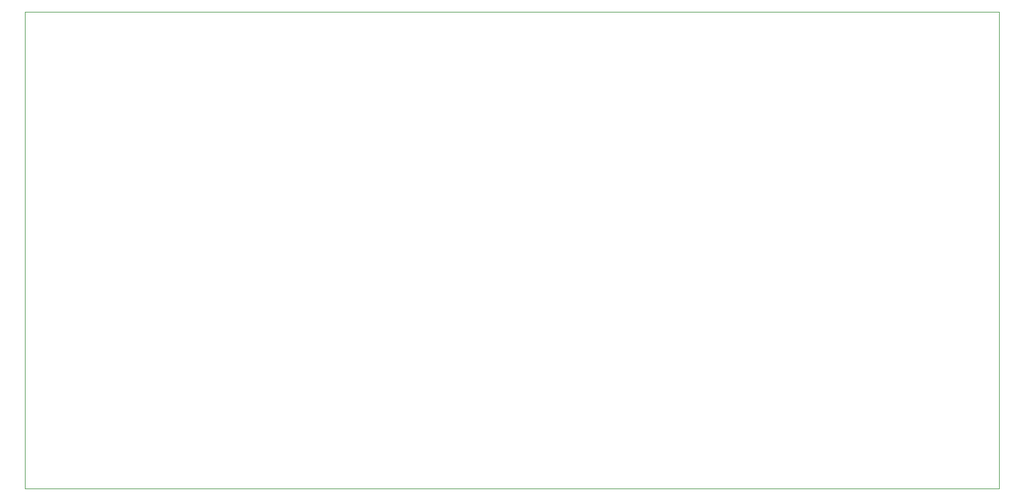
<source format=gbr>
%TF.GenerationSoftware,KiCad,Pcbnew,6.0.9-8da3e8f707~117~ubuntu22.04.1*%
%TF.CreationDate,2022-12-27T22:22:47-06:00*%
%TF.ProjectId,macropad2,6d616372-6f70-4616-9432-2e6b69636164,rev?*%
%TF.SameCoordinates,Original*%
%TF.FileFunction,Profile,NP*%
%FSLAX46Y46*%
G04 Gerber Fmt 4.6, Leading zero omitted, Abs format (unit mm)*
G04 Created by KiCad (PCBNEW 6.0.9-8da3e8f707~117~ubuntu22.04.1) date 2022-12-27 22:22:47*
%MOMM*%
%LPD*%
G01*
G04 APERTURE LIST*
%TA.AperFunction,Profile*%
%ADD10C,0.100000*%
%TD*%
G04 APERTURE END LIST*
D10*
X78000000Y-36000000D02*
X217000000Y-36000000D01*
X217000000Y-36000000D02*
X217000000Y-104000000D01*
X217000000Y-104000000D02*
X78000000Y-104000000D01*
X78000000Y-104000000D02*
X78000000Y-36000000D01*
M02*

</source>
